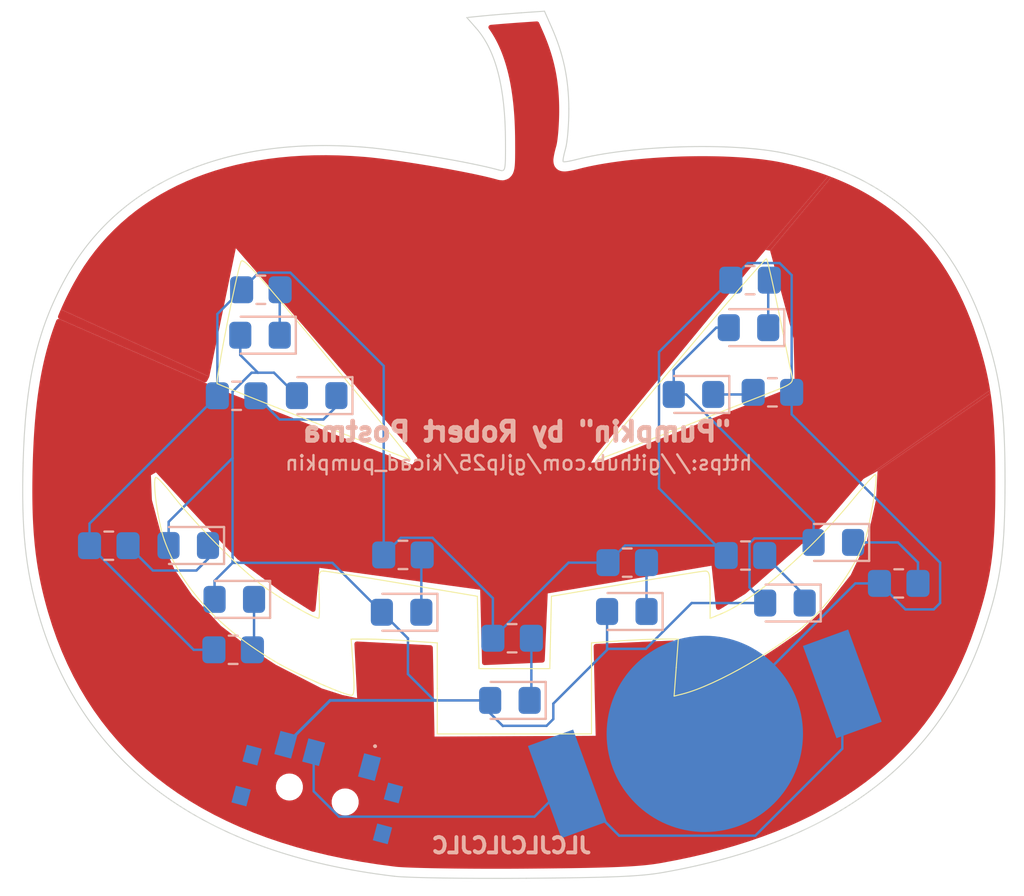
<source format=kicad_pcb>
(kicad_pcb (version 20221018) (generator pcbnew)
  (layers (0 "F.Cu" signal "Front") (1 "In1.Cu" signal) (2 "In2.Cu" signal) (31 "B.Cu" signal "Back") (34 "B.Paste" user) (35 "F.Paste" user) (36 "B.SilkS" user "B.Silkscreen") (37 "F.SilkS" user "F.Silkscreen") (38 "B.Mask" user) (39 "F.Mask" user) (44 "Edge.Cuts" user))
  (net 0 "")
  (net 1 "Net-(BT1-+)")
  (net 2 "GND")
  (net 3 "Net-(D1-K)")
  (net 4 "Net-(D1-A)")
  (net 5 "Net-(D2-K)")
  (net 6 "Net-(D3-K)")
  (net 7 "Net-(D4-K)")
  (net 8 "Net-(D5-K)")
  (net 9 "Net-(D6-K)")
  (net 10 "Net-(D7-K)")
  (net 11 "Net-(D8-K)")
  (net 12 "Net-(D9-K)")
  (net 13 "Net-(D10-K)")
  (net 14 "Net-(D11-K)")
  (footprint "LED_SMD:LED_0805_2012Metric_Pad1.15x1.40mm_HandSolder" (layer "B.Cu") (at 159.19 103.33 180)
    (fp_text reference "D10" hide)
    (fp_text value "LED")
    (fp_line (start -1.86 -0.96) (end 1 -0.96) (stroke (width 0.12)) (layer "B.SilkS"))
    (fp_line (start -1.86 0.96) (end -1.86 -0.96) (stroke (width 0.12)) (layer "B.SilkS"))
    (fp_line (start 1 0.96) (end -1.86 0.96) (stroke (width 0.12)) (layer "B.SilkS"))
    (pad "1" smd roundrect (at -1.025 0 180) (size 1.15 1.4) (layers "B.Cu" "B.Paste" "B.Mask") (roundrect_rratio 0.2173913043) (net 13 "Net-(D10-K)"))
    (pad "2" smd roundrect (at 1.025 0 180) (size 1.15 1.4) (layers "B.Cu" "B.Paste" "B.Mask") (roundrect_rratio 0.2173913043) (net 4 "Net-(D1-A)"))
  )
  (footprint "user-footprints:MK12C02" (layer "B.Cu") (at 134.9 113.28 165)
    (fp_text reference "J1" hide)
    (fp_text value "MK-12C02" hide)
    (fp_line (start -2.3 3.2) (end -2.3 3.2) (stroke (width 0.1)) (layer "B.SilkS"))
    (fp_line (start -2.2 3.2) (end -2.2 3.2) (stroke (width 0.1)) (layer "B.SilkS"))
    (fp_arc (start -2.3 3.2) (mid -2.25 3.15) (end -2.2 3.2) (stroke (width 0.1)) (layer "B.SilkS"))
    (fp_arc (start -2.2 3.2) (mid -2.25 3.25) (end -2.3 3.2) (stroke (width 0.1)) (layer "B.SilkS"))
    (pad "" np_thru_hole circle (at -1.5 0 165) (size 0.001 0.001) (drill 0.9) (layers "*.Cu" "*.Mask"))
    (pad "" np_thru_hole circle (at 1.5 0 165) (size 0.001 0.001) (drill 0.9) (layers "*.Cu" "*.Mask"))
    (pad "1" smd rect (at -2.25 2.075 165) (size 0.9 1.25) (layers "B.Cu" "B.Paste" "B.Mask"))
    (pad "2" smd rect (at 0.75 2.075 165) (size 0.9 1.25) (layers "B.Cu" "B.Paste" "B.Mask") (net 1 "Net-(BT1-+)"))
    (pad "3" smd rect (at 2.25 2.075 165) (size 0.9 1.25) (layers "B.Cu" "B.Paste" "B.Mask") (net 4 "Net-(D1-A)"))
    (pad "MP1" smd rect (at -3.8 1.1 165) (size 0.8 0.9) (layers "B.Cu" "B.Paste" "B.Mask"))
    (pad "MP2" smd rect (at -3.8 -1.1 165) (size 0.8 0.9) (layers "B.Cu" "B.Paste" "B.Mask"))
    (pad "MP3" smd rect (at 3.8 -1.1 165) (size 0.8 0.9) (layers "B.Cu" "B.Paste" "B.Mask"))
    (pad "MP4" smd rect (at 3.8 1.1 165) (size 0.8 0.9) (layers "B.Cu" "B.Paste" "B.Mask"))
  )
  (footprint "LED_SMD:LED_0805_2012Metric_Pad1.15x1.40mm_HandSolder" (layer "B.Cu") (at 157.2975 89.02 180)
    (fp_text reference "D2" hide)
    (fp_text value "LED")
    (fp_line (start -1.86 -0.96) (end 1 -0.96) (stroke (width 0.12)) (layer "B.SilkS"))
    (fp_line (start -1.86 0.96) (end -1.86 -0.96) (stroke (width 0.12)) (layer "B.SilkS"))
    (fp_line (start 1 0.96) (end -1.86 0.96) (stroke (width 0.12)) (layer "B.SilkS"))
    (pad "1" smd roundrect (at -1.025 0 180) (size 1.15 1.4) (layers "B.Cu" "B.Paste" "B.Mask") (roundrect_rratio 0.2173913043) (net 5 "Net-(D2-K)"))
    (pad "2" smd roundrect (at 1.025 0 180) (size 1.15 1.4) (layers "B.Cu" "B.Paste" "B.Mask") (roundrect_rratio 0.2173913043) (net 4 "Net-(D1-A)"))
  )
  (footprint "Resistor_SMD:R_0805_2012Metric_Pad1.20x1.40mm_HandSolder" (layer "B.Cu") (at 157.14 100.86 180)
    (fp_text reference "R10" hide)
    (fp_text value "1k")
    (fp_line (start -0.227064 -0.735) (end 0.227064 -0.735) (stroke (width 0.12)) (layer "B.SilkS"))
    (fp_line (start -0.227064 0.735) (end 0.227064 0.735) (stroke (width 0.12)) (layer "B.SilkS"))
    (pad "1" smd roundrect (at -1 0 180) (size 1.2 1.4) (layers "B.Cu" "B.Paste" "B.Mask") (roundrect_rratio 0.2083333333) (net 13 "Net-(D10-K)"))
    (pad "2" smd roundrect (at 1 0 180) (size 1.2 1.4) (layers "B.Cu" "B.Paste" "B.Mask") (roundrect_rratio 0.2083333333) (net 2 "GND"))
  )
  (footprint "LED_SMD:LED_0805_2012Metric_Pad1.15x1.40mm_HandSolder" (layer "B.Cu") (at 144.905 108.39 180)
    (fp_text reference "D8" hide)
    (fp_text value "LED")
    (fp_line (start -1.86 -0.96) (end 1 -0.96) (stroke (width 0.12)) (layer "B.SilkS"))
    (fp_line (start -1.86 0.96) (end -1.86 -0.96) (stroke (width 0.12)) (layer "B.SilkS"))
    (fp_line (start 1 0.96) (end -1.86 0.96) (stroke (width 0.12)) (layer "B.SilkS"))
    (pad "1" smd roundrect (at -1.025 0 180) (size 1.15 1.4) (layers "B.Cu" "B.Paste" "B.Mask") (roundrect_rratio 0.2173913043) (net 11 "Net-(D8-K)"))
    (pad "2" smd roundrect (at 1.025 0 180) (size 1.15 1.4) (layers "B.Cu" "B.Paste" "B.Mask") (roundrect_rratio 0.2173913043) (net 4 "Net-(D1-A)"))
  )
  (footprint "LED_SMD:LED_0805_2012Metric_Pad1.15x1.40mm_HandSolder" (layer "B.Cu") (at 128.1975 100.34 180)
    (fp_text reference "D5" hide)
    (fp_text value "LED")
    (fp_line (start -1.86 -0.96) (end 1 -0.96) (stroke (width 0.12)) (layer "B.SilkS"))
    (fp_line (start -1.86 0.96) (end -1.86 -0.96) (stroke (width 0.12)) (layer "B.SilkS"))
    (fp_line (start 1 0.96) (end -1.86 0.96) (stroke (width 0.12)) (layer "B.SilkS"))
    (pad "1" smd roundrect (at -1.025 0 180) (size 1.15 1.4) (layers "B.Cu" "B.Paste" "B.Mask") (roundrect_rratio 0.2173913043) (net 8 "Net-(D5-K)"))
    (pad "2" smd roundrect (at 1.025 0 180) (size 1.15 1.4) (layers "B.Cu" "B.Paste" "B.Mask") (roundrect_rratio 0.2173913043) (net 4 "Net-(D1-A)"))
  )
  (footprint "LED_SMD:LED_0805_2012Metric_Pad1.15x1.40mm_HandSolder" (layer "B.Cu") (at 130.59 103.14 180)
    (fp_text reference "D6" hide)
    (fp_text value "LED")
    (fp_line (start -1.86 -0.96) (end 1 -0.96) (stroke (width 0.12)) (layer "B.SilkS"))
    (fp_line (start -1.86 0.96) (end -1.86 -0.96) (stroke (width 0.12)) (layer "B.SilkS"))
    (fp_line (start 1 0.96) (end -1.86 0.96) (stroke (width 0.12)) (layer "B.SilkS"))
    (pad "1" smd roundrect (at -1.025 0 180) (size 1.15 1.4) (layers "B.Cu" "B.Paste" "B.Mask") (roundrect_rratio 0.2173913043) (net 9 "Net-(D6-K)"))
    (pad "2" smd roundrect (at 1.025 0 180) (size 1.15 1.4) (layers "B.Cu" "B.Paste" "B.Mask") (roundrect_rratio 0.2173913043) (net 4 "Net-(D1-A)"))
  )
  (footprint "LED_SMD:LED_0805_2012Metric_Pad1.15x1.40mm_HandSolder" (layer "B.Cu") (at 161.705 100.18 180)
    (fp_text reference "D11" hide)
    (fp_text value "LED")
    (fp_line (start -1.86 -0.96) (end 1 -0.96) (stroke (width 0.12)) (layer "B.SilkS"))
    (fp_line (start -1.86 0.96) (end -1.86 -0.96) (stroke (width 0.12)) (layer "B.SilkS"))
    (fp_line (start 1 0.96) (end -1.86 0.96) (stroke (width 0.12)) (layer "B.SilkS"))
    (pad "1" smd roundrect (at -1.025 0 180) (size 1.15 1.4) (layers "B.Cu" "B.Paste" "B.Mask") (roundrect_rratio 0.2173913043) (net 14 "Net-(D11-K)"))
    (pad "2" smd roundrect (at 1.025 0 180) (size 1.15 1.4) (layers "B.Cu" "B.Paste" "B.Mask") (roundrect_rratio 0.2173913043) (net 4 "Net-(D1-A)"))
  )
  (footprint "Resistor_SMD:R_0805_2012Metric_Pad1.20x1.40mm_HandSolder" (layer "B.Cu") (at 124.07 100.35 180)
    (fp_text reference "R5" hide)
    (fp_text value "1k")
    (fp_line (start -0.227064 -0.735) (end 0.227064 -0.735) (stroke (width 0.12)) (layer "B.SilkS"))
    (fp_line (start -0.227064 0.735) (end 0.227064 0.735) (stroke (width 0.12)) (layer "B.SilkS"))
    (pad "1" smd roundrect (at -1 0 180) (size 1.2 1.4) (layers "B.Cu" "B.Paste" "B.Mask") (roundrect_rratio 0.2083333333) (net 8 "Net-(D5-K)"))
    (pad "2" smd roundrect (at 1 0 180) (size 1.2 1.4) (layers "B.Cu" "B.Paste" "B.Mask") (roundrect_rratio 0.2083333333) (net 2 "GND"))
  )
  (footprint "Resistor_SMD:R_0805_2012Metric_Pad1.20x1.40mm_HandSolder" (layer "B.Cu") (at 130.71 92.56 180)
    (fp_text reference "R3" hide)
    (fp_text value "1k")
    (fp_line (start -0.227064 -0.735) (end 0.227064 -0.735) (stroke (width 0.12)) (layer "B.SilkS"))
    (fp_line (start -0.227064 0.735) (end 0.227064 0.735) (stroke (width 0.12)) (layer "B.SilkS"))
    (pad "1" smd roundrect (at -1 0 180) (size 1.2 1.4) (layers "B.Cu" "B.Paste" "B.Mask") (roundrect_rratio 0.2083333333) (net 6 "Net-(D3-K)"))
    (pad "2" smd roundrect (at 1 0 180) (size 1.2 1.4) (layers "B.Cu" "B.Paste" "B.Mask") (roundrect_rratio 0.2083333333) (net 2 "GND"))
  )
  (footprint "Resistor_SMD:R_0805_2012Metric_Pad1.20x1.40mm_HandSolder" (layer "B.Cu") (at 165.1 102.31 180)
    (fp_text reference "R11" hide)
    (fp_text value "1k")
    (fp_line (start -0.227064 -0.735) (end 0.227064 -0.735) (stroke (width 0.12)) (layer "B.SilkS"))
    (fp_line (start -0.227064 0.735) (end 0.227064 0.735) (stroke (width 0.12)) (layer "B.SilkS"))
    (pad "1" smd roundrect (at -1 0 180) (size 1.2 1.4) (layers "B.Cu" "B.Paste" "B.Mask") (roundrect_rratio 0.2083333333) (net 14 "Net-(D11-K)"))
    (pad "2" smd roundrect (at 1 0 180) (size 1.2 1.4) (layers "B.Cu" "B.Paste" "B.Mask") (roundrect_rratio 0.2083333333) (net 2 "GND"))
  )
  (footprint "Battery:BatteryHolder_LINX_BAT-HLD-012-SMT" (layer "B.Cu") (at 155.028336 110.129353 -160)
    (fp_text reference "BT1" hide)
    (fp_text value "Battery_Cell")
    (pad "1" smd rect (at -7.6 0 200) (size 2.5 5.1) (layers "B.Cu" "B.Paste" "B.Mask") (net 1 "Net-(BT1-+)"))
    (pad "1" smd rect (at 7.6 0 200) (size 2.5 5.1) (layers "B.Cu" "B.Paste" "B.Mask") (net 1 "Net-(BT1-+)"))
    (pad "2" smd circle (at 0 0 200) (size 10.2 10.2) (layers "B.Cu" "B.Mask") (net 2 "GND"))
  )
  (footprint "Resistor_SMD:R_0805_2012Metric_Pad1.20x1.40mm_HandSolder" (layer "B.Cu") (at 130.53 105.76 180)
    (fp_text reference "R6" hide)
    (fp_text value "1k")
    (fp_line (start -0.227064 -0.735) (end 0.227064 -0.735) (stroke (width 0.12)) (layer "B.SilkS"))
    (fp_line (start -0.227064 0.735) (end 0.227064 0.735) (stroke (width 0.12)) (layer "B.SilkS"))
    (pad "1" smd roundrect (at -1 0 180) (size 1.2 1.4) (layers "B.Cu" "B.Paste" "B.Mask") (roundrect_rratio 0.2083333333) (net 9 "Net-(D6-K)"))
    (pad "2" smd roundrect (at 1 0 180) (size 1.2 1.4) (layers "B.Cu" "B.Paste" "B.Mask") (roundrect_rratio 0.2083333333) (net 2 "GND"))
  )
  (footprint "Resistor_SMD:R_0805_2012Metric_Pad1.20x1.40mm_HandSolder" (layer "B.Cu") (at 151 101.23 180)
    (fp_text reference "R9" hide)
    (fp_text value "1k")
    (fp_line (start -0.227064 -0.735) (end 0.227064 -0.735) (stroke (width 0.12)) (layer "B.SilkS"))
    (fp_line (start -0.227064 0.735) (end 0.227064 0.735) (stroke (width 0.12)) (layer "B.SilkS"))
    (pad "1" smd roundrect (at -1 0 180) (size 1.2 1.4) (layers "B.Cu" "B.Paste" "B.Mask") (roundrect_rratio 0.2083333333) (net 12 "Net-(D9-K)"))
    (pad "2" smd roundrect (at 1 0 180) (size 1.2 1.4) (layers "B.Cu" "B.Paste" "B.Mask") (roundrect_rratio 0.2083333333) (net 2 "GND"))
  )
  (footprint "Resistor_SMD:R_0805_2012Metric_Pad1.20x1.40mm_HandSolder" (layer "B.Cu") (at 158.54 92.38)
    (fp_text reference "R4" hide)
    (fp_text value "1k")
    (fp_line (start -0.227064 -0.735) (end 0.227064 -0.735) (stroke (width 0.12)) (layer "B.SilkS"))
    (fp_line (start -0.227064 0.735) (end 0.227064 0.735) (stroke (width 0.12)) (layer "B.SilkS"))
    (pad "1" smd roundrect (at -1 0) (size 1.2 1.4) (layers "B.Cu" "B.Paste" "B.Mask") (roundrect_rratio 0.2083333333) (net 7 "Net-(D4-K)"))
    (pad "2" smd roundrect (at 1 0) (size 1.2 1.4) (layers "B.Cu" "B.Paste" "B.Mask") (roundrect_rratio 0.2083333333) (net 2 "GND"))
  )
  (footprint "LED_SMD:LED_0805_2012Metric_Pad1.15x1.40mm_HandSolder" (layer "B.Cu") (at 134.8675 92.55 180)
    (fp_text reference "D3" hide)
    (fp_text value "LED")
    (fp_line (start -1.86 -0.96) (end 1 -0.96) (stroke (width 0.12)) (layer "B.SilkS"))
    (fp_line (start -1.86 0.96) (end -1.86 -0.96) (stroke (width 0.12)) (layer "B.SilkS"))
    (fp_line (start 1 0.96) (end -1.86 0.96) (stroke (width 0.12)) (layer "B.SilkS"))
    (pad "1" smd roundrect (at -1.025 0 180) (size 1.15 1.4) (layers "B.Cu" "B.Paste" "B.Mask") (roundrect_rratio 0.2173913043) (net 6 "Net-(D3-K)"))
    (pad "2" smd roundrect (at 1.025 0 180) (size 1.15 1.4) (layers "B.Cu" "B.Paste" "B.Mask") (roundrect_rratio 0.2173913043) (net 4 "Net-(D1-A)"))
  )
  (footprint "Resistor_SMD:R_0805_2012Metric_Pad1.20x1.40mm_HandSolder" (layer "B.Cu") (at 157.38 86.55 180)
    (fp_text reference "R2" hide)
    (fp_text value "1k")
    (fp_line (start -0.227064 -0.735) (end 0.227064 -0.735) (stroke (width 0.12)) (layer "B.SilkS"))
    (fp_line (start -0.227064 0.735) (end 0.227064 0.735) (stroke (width 0.12)) (layer "B.SilkS"))
    (pad "1" smd roundrect (at -1 0 180) (size 1.2 1.4) (layers "B.Cu" "B.Paste" "B.Mask") (roundrect_rratio 0.2083333333) (net 5 "Net-(D2-K)"))
    (pad "2" smd roundrect (at 1 0 180) (size 1.2 1.4) (layers "B.Cu" "B.Paste" "B.Mask") (roundrect_rratio 0.2083333333) (net 2 "GND"))
  )
  (footprint "Resistor_SMD:R_0805_2012Metric_Pad1.20x1.40mm_HandSolder" (layer "B.Cu") (at 145.02 105.16 180)
    (fp_text reference "R8" hide)
    (fp_text value "1k")
    (fp_line (start -0.227064 -0.735) (end 0.227064 -0.735) (stroke (width 0.12)) (layer "B.SilkS"))
    (fp_line (start -0.227064 0.735) (end 0.227064 0.735) (stroke (width 0.12)) (layer "B.SilkS"))
    (pad "1" smd roundrect (at -1 0 180) (size 1.2 1.4) (layers "B.Cu" "B.Paste" "B.Mask") (roundrect_rratio 0.2083333333) (net 11 "Net-(D8-K)"))
    (pad "2" smd roundrect (at 1 0 180) (size 1.2 1.4) (layers "B.Cu" "B.Paste" "B.Mask") (roundrect_rratio 0.2083333333) (net 2 "GND"))
  )
  (footprint "LED_SMD:LED_0805_2012Metric_Pad1.15x1.40mm_HandSolder" (layer "B.Cu") (at 131.925 89.41 180)
    (fp_text reference "D1" hide)
    (fp_text value "LED")
    (fp_line (start -1.86 -0.96) (end 1 -0.96) (stroke (width 0.12)) (layer "B.SilkS"))
    (fp_line (start -1.86 0.96) (end -1.86 -0.96) (stroke (width 0.12)) (layer "B.SilkS"))
    (fp_line (start 1 0.96) (end -1.86 0.96) (stroke (width 0.12)) (layer "B.SilkS"))
    (pad "1" smd roundrect (at -1.025 0 180) (size 1.15 1.4) (layers "B.Cu" "B.Paste" "B.Mask") (roundrect_rratio 0.2173913043) (net 3 "Net-(D1-K)"))
    (pad "2" smd roundrect (at 1.025 0 180) (size 1.15 1.4) (layers "B.Cu" "B.Paste" "B.Mask") (roundrect_rratio 0.2173913043) (net 4 "Net-(D1-A)"))
  )
  (footprint "LED_SMD:LED_0805_2012Metric_Pad1.15x1.40mm_HandSolder" (layer "B.Cu") (at 154.44 92.49 180)
    (fp_text reference "D4" hide)
    (fp_text value "LED")
    (fp_line (start -1.86 -0.96) (end 1 -0.96) (stroke (width 0.12)) (layer "B.SilkS"))
    (fp_line (start -1.86 0.96) (end -1.86 -0.96) (stroke (width 0.12)) (layer "B.SilkS"))
    (fp_line (start 1 0.96) (end -1.86 0.96) (stroke (width 0.12)) (layer "B.SilkS"))
    (pad "1" smd roundrect (at -1.025 0 180) (size 1.15 1.4) (layers "B.Cu" "B.Paste" "B.Mask") (roundrect_rratio 0.2173913043) (net 7 "Net-(D4-K)"))
    (pad "2" smd roundrect (at 1.025 0 180) (size 1.15 1.4) (layers "B.Cu" "B.Paste" "B.Mask") (roundrect_rratio 0.2173913043) (net 4 "Net-(D1-A)"))
  )
  (footprint "Resistor_SMD:R_0805_2012Metric_Pad1.20x1.40mm_HandSolder" (layer "B.Cu") (at 131.97 87.05 180)
    (fp_text reference "R1" hide)
    (fp_text value "1k")
    (fp_line (start -0.227064 -0.735) (end 0.227064 -0.735) (stroke (width 0.12)) (layer "B.SilkS"))
    (fp_line (start -0.227064 0.735) (end 0.227064 0.735) (stroke (width 0.12)) (layer "B.SilkS"))
    (pad "1" smd roundrect (at -1 0 180) (size 1.2 1.4) (layers "B.Cu" "B.Paste" "B.Mask") (roundrect_rratio 0.2083333333) (net 3 "Net-(D1-K)"))
    (pad "2" smd roundrect (at 1 0 180) (size 1.2 1.4) (layers "B.Cu" "B.Paste" "B.Mask") (roundrect_rratio 0.2083333333) (net 2 "GND"))
  )
  (footprint "LED_SMD:LED_0805_2012Metric_Pad1.15x1.40mm_HandSolder" (layer "B.Cu") (at 150.9775 103.77 180)
    (fp_text reference "D9" hide)
    (fp_text value "LED")
    (fp_line (start -1.86 -0.96) (end 1 -0.96) (stroke (width 0.12)) (layer "B.SilkS"))
    (fp_line (start -1.86 0.96) (end -1.86 -0.96) (stroke (width 0.12)) (layer "B.SilkS"))
    (fp_line (start 1 0.96) (end -1.86 0.96) (stroke (width 0.12)) (layer "B.SilkS"))
    (pad "1" smd roundrect (at -1.025 0 180) (size 1.15 1.4) (layers "B.Cu" "B.Paste" "B.Mask") (roundrect_rratio 0.2173913043) (net 12 "Net-(D9-K)"))
    (pad "2" smd roundrect (at 1.025 0 180) (size 1.15 1.4) (layers "B.Cu" "B.Paste" "B.Mask") (roundrect_rratio 0.2173913043) (net 4 "Net-(D1-A)"))
  )
  (footprint "LED_SMD:LED_0805_2012Metric_Pad1.15x1.40mm_HandSolder" (layer "B.Cu") (at 139.28 103.81 180)
    (fp_text reference "D7" hide)
    (fp_text value "LED")
    (fp_line (start -1.86 -0.96) (end 1 -0.96) (stroke (width 0.12)) (layer "B.SilkS"))
    (fp_line (start -1.86 0.96) (end -1.86 -0.96) (stroke (width 0.12)) (layer "B.SilkS"))
    (fp_line (start 1 0.96) (end -1.86 0.96) (stroke (width 0.12)) (layer "B.SilkS"))
    (pad "1" smd roundrect (at -1.025 0 180) (size 1.15 1.4) (layers "B.Cu" "B.Paste" "B.Mask") (roundrect_rratio 0.2173913043) (net 10 "Net-(D7-K)"))
    (pad "2" smd roundrect (at 1.025 0 180) (size 1.15 1.4) (layers "B.Cu" "B.Paste" "B.Mask") (roundrect_rratio 0.2173913043) (net 4 "Net-(D1-A)"))
  )
  (footprint "Resistor_SMD:R_0805_2012Metric_Pad1.20x1.40mm_HandSolder" (layer "B.Cu") (at 139.35 100.83 180)
    (fp_text reference "R7" hide)
    (fp_text value "1k")
    (fp_line (start -0.227064 -0.735) (end 0.227064 -0.735) (stroke (width 0.12)) (layer "B.SilkS"))
    (fp_line (start -0.227064 0.735) (end 0.227064 0.735) (stroke (width 0.12)) (layer "B.SilkS"))
    (pad "1" smd roundrect (at -1 0 180) (size 1.2 1.4) (layers "B.Cu" "B.Paste" "B.Mask") (roundrect_rratio 0.2083333333) (net 10 "Net-(D7-K)"))
    (pad "2" smd roundrect (at 1 0 180) (size 1.2 1.4) (layers "B.Cu" "B.Paste" "B.Mask") (roundrect_rratio 0.2083333333) (net 2 "GND"))
  )
  (gr_curve (pts (xy 127.362865 97.695342) (xy 126.950787 97.167678) (xy 126.566999 96.764773) (xy 126.51 96.8)) (stroke (width 0.054)) (layer "F.SilkS"))
  (gr_curve (pts (xy 163.899486 96.646856) (xy 163.86502 96.612407) (xy 163.320733 97.21378) (xy 162.689926 97.983248)) (stroke (width 0.054)) (layer "F.SilkS"))
  (gr_line (start 145.138168 106.741627) (end 143.299217 106.741627) (stroke (width 0.054)) (layer "F.SilkS"))
  (gr_line (start 147.063619 102.978013) (end 147.020367 104.859821) (stroke (width 0.054)) (layer "F.SilkS"))
  (gr_curve (pts (xy 160.589659 104.148892) (xy 161.653631 103.142195) (xy 162.851351 101.397409) (xy 163.29811 100.203339)) (stroke (width 0.054)) (layer "F.SilkS"))
  (gr_curve (pts (xy 159.565673 91.591503) (xy 159.523202 91.409731) (xy 159.228699 89.978653) (xy 158.911212 88.411336)) (stroke (width 0.054)) (layer "F.SilkS"))
  (gr_curve (pts (xy 162.689926 97.983248) (xy 160.500915 100.653443) (xy 157.582966 103.184412) (xy 155.882184 103.88814)) (stroke (width 0.054)) (layer "F.SilkS"))
  (gr_line (start 143.212717 102.978013) (end 139.361815 102.32781) (stroke (width 0.054)) (layer "F.SilkS"))
  (gr_line (start 141.13323 107.765929) (end 141.13323 110.130418) (stroke (width 0.054)) (layer "F.SilkS"))
  (gr_line (start 143.299217 106.741627) (end 143.255968 104.859821) (stroke (width 0.054)) (layer "F.SilkS"))
  (gr_curve (pts (xy 155.034984 101.668024) (xy 154.886724 101.673289) (xy 153.032515 101.9702) (xy 150.914522 102.32781)) (stroke (width 0.054)) (layer "F.SilkS"))
  (gr_line (start 150.914522 102.32781) (end 147.063619 102.978013) (stroke (width 0.054)) (layer "F.SilkS"))
  (gr_line (start 139.723243 105.30135) (end 141.13323 105.401433) (stroke (width 0.054)) (layer "F.SilkS"))
  (gr_curve (pts (xy 135.229621 101.668024) (xy 134.975874 101.659357) (xy 134.953248 101.779143) (xy 134.998567 102.891087)) (stroke (width 0.054)) (layer "F.SilkS"))
  (gr_line (start 136.659967 105.201266) (end 137.48661 105.201266) (stroke (width 0.054)) (layer "F.SilkS"))
  (gr_line (start 141.13323 105.401433) (end 141.13323 107.765929) (stroke (width 0.054)) (layer "F.SilkS"))
  (gr_line (start 152.807721 105.201266) (end 153.65236 105.201266) (stroke (width 0.054)) (layer "F.SilkS"))
  (gr_line (start 141.13323 110.130418) (end 145.138168 110.130418) (stroke (width 0.054)) (layer "F.SilkS"))
  (gr_line (start 149.143105 110.130418) (end 149.143105 107.765929) (stroke (width 0.054)) (layer "F.SilkS"))
  (gr_curve (pts (xy 131.95604 102.347226) (xy 130.730929 101.409076) (xy 128.493217 99.14276) (xy 127.362865 97.695342)) (stroke (width 0.054)) (layer "F.SilkS"))
  (gr_curve (pts (xy 135.419501 90.555887) (xy 131.83423 86.223362) (xy 131.038568 85.339298) (xy 130.939971 85.578668)) (stroke (width 0.054)) (layer "F.SilkS"))
  (gr_curve (pts (xy 153.840844 108.064786) (xy 155.627261 107.616427) (xy 158.982332 105.669697) (xy 160.589659 104.148892)) (stroke (width 0.054)) (layer "F.SilkS"))
  (gr_curve (pts (xy 129.699235 91.927429) (xy 130.51552 92.292779) (xy 139.684664 95.893321) (xy 139.724513 95.864156)) (stroke (width 0.054)) (layer "F.SilkS"))
  (gr_curve (pts (xy 155.304549 102.892793) (xy 155.304549 101.816254) (xy 155.270083 101.659663) (xy 155.034984 101.668024)) (stroke (width 0.054)) (layer "F.SilkS"))
  (gr_curve (pts (xy 158.911212 88.411336) (xy 158.593729 86.844019) (xy 158.287639 85.507261) (xy 158.231009 85.44076)) (stroke (width 0.054)) (layer "F.SilkS"))
  (gr_line (start 153.54352 106.683998) (end 153.43468 108.16673) (stroke (width 0.054)) (layer "F.SilkS"))
  (gr_line (start 146.977119 106.741627) (end 145.138168 106.741627) (stroke (width 0.054)) (layer "F.SilkS"))
  (gr_curve (pts (xy 126.51 96.8) (xy 126.32259 96.915827) (xy 126.616141 99.098102) (xy 126.944566 100.030609)) (stroke (width 0.054)) (layer "F.SilkS"))
  (gr_curve (pts (xy 153.340588 94.390409) (xy 155.479763 93.545695) (xy 157.772897 92.644741) (xy 158.436441 92.388286)) (stroke (width 0.054)) (layer "F.SilkS"))
  (gr_line (start 149.143105 107.765929) (end 149.143105 105.401433) (stroke (width 0.054)) (layer "F.SilkS"))
  (gr_line (start 153.43468 108.16673) (end 153.840844 108.064786) (stroke (width 0.054)) (layer "F.SilkS"))
  (gr_curve (pts (xy 150.553094 105.30135) (xy 151.328588 105.246302) (xy 152.34317 105.201266) (xy 152.807721 105.201266)) (stroke (width 0.054)) (layer "F.SilkS"))
  (gr_curve (pts (xy 163.29811 100.203339) (xy 163.588867 99.42622) (xy 164.035793 96.783163) (xy 163.899486 96.646856)) (stroke (width 0.054)) (layer "F.SilkS"))
  (gr_curve (pts (xy 139.724513 95.864156) (xy 139.754555 95.842178) (xy 137.817302 93.453447) (xy 135.419501 90.555887)) (stroke (width 0.054)) (layer "F.SilkS"))
  (gr_line (start 149.143105 105.401433) (end 150.553094 105.30135) (stroke (width 0.054)) (layer "F.SilkS"))
  (gr_curve (pts (xy 130.939971 85.578668) (xy 130.709557 86.138061) (xy 129.587884 91.877592) (xy 129.699235 91.927429)) (stroke (width 0.054)) (layer "F.SilkS"))
  (gr_curve (pts (xy 132.807625 106.42908) (xy 133.835357 107.029309) (xy 136.339713 108.12795) (xy 136.680201 108.12795)) (stroke (width 0.054)) (layer "F.SilkS"))
  (gr_curve (pts (xy 149.451177 95.864815) (xy 149.451177 95.898605) (xy 151.201413 95.235123) (xy 153.340588 94.390409)) (stroke (width 0.054)) (layer "F.SilkS"))
  (gr_curve (pts (xy 134.971788 104.121425) (xy 134.68371 104.112758) (xy 132.862333 103.041236) (xy 131.95604 102.347226)) (stroke (width 0.054)) (layer "F.SilkS"))
  (gr_line (start 136.76283 106.664609) (end 136.659967 105.201266) (stroke (width 0.054)) (layer "F.SilkS"))
  (gr_line (start 143.255968 104.859821) (end 143.212717 102.978013) (stroke (width 0.054)) (layer "F.SilkS"))
  (gr_curve (pts (xy 158.231009 85.44076) (xy 158.146618 85.341659) (xy 149.451177 95.665517) (xy 149.451177 95.864815)) (stroke (width 0.054)) (layer "F.SilkS"))
  (gr_line (start 153.65236 105.201266) (end 153.54352 106.683998) (stroke (width 0.054)) (layer "F.SilkS"))
  (gr_curve (pts (xy 137.48661 105.201266) (xy 137.941265 105.201266) (xy 138.947749 105.246302) (xy 139.723243 105.30135)) (stroke (width 0.054)) (layer "F.SilkS"))
  (gr_line (start 147.020367 104.859821) (end 146.977119 106.741627) (stroke (width 0.054)) (layer "F.SilkS"))
  (gr_curve (pts (xy 126.944566 100.030609) (xy 127.814808 102.501501) (xy 129.808976 104.677777) (xy 132.807625 106.42908)) (stroke (width 0.054)) (layer "F.SilkS"))
  (gr_curve (pts (xy 139.361815 102.32781) (xy 137.243819 101.9702) (xy 135.384332 101.673298) (xy 135.229621 101.668024)) (stroke (width 0.054)) (layer "F.SilkS"))
  (gr_curve (pts (xy 158.436441 92.388286) (xy 159.496159 91.978713) (xy 159.633491 91.881812) (xy 159.565673 91.591503)) (stroke (width 0.054)) (layer "F.SilkS"))
  (gr_line (start 145.138168 110.130418) (end 149.143105 110.130418) (stroke (width 0.054)) (layer "F.SilkS"))
  (gr_curve (pts (xy 134.998567 102.891087) (xy 135.026197 103.569046) (xy 135.014149 104.122697) (xy 134.971788 104.121425)) (stroke (width 0.054)) (layer "F.SilkS"))
  (gr_line (start 155.882184 103.88814) (end 155.304549 104.127147) (stroke (width 0.054)) (layer "F.SilkS"))
  (gr_curve (pts (xy 136.680201 108.12795) (xy 136.819033 108.12795) (xy 136.839817 107.759859) (xy 136.76283 106.664609)) (stroke (width 0.054)) (layer "F.SilkS"))
  (gr_line (start 155.304549 104.127147) (end 155.304549 102.892793) (stroke (width 0.054)) (layer "F.SilkS"))
  (gr_curve (pts (xy 169.541801 104.757343) (xy 167.249379 111.64055) (xy 161.785835 115.755893) (xy 152.844658 117.334254)) (stroke (width 0.054)) (layer "Edge.Cuts"))
  (gr_curve (pts (xy 121.819553 86.452981) (xy 124.551292 81.474304) (xy 130.103704 79.044054) (xy 137.377842 79.643233)) (stroke (width 0.054)) (layer "Edge.Cuts"))
  (gr_curve (pts (xy 147.069878 73.405482) (xy 147.687846 74.802815) (xy 147.959091 76.088955) (xy 147.965614 77.652693)) (stroke (width 0.054)) (layer "Edge.Cuts"))
  (gr_curve (pts (xy 159.156329 79.951405) (xy 164.505116 81.078056) (xy 167.932976 84.149988) (xy 169.626006 89.333968)) (stroke (width 0.054)) (layer "Edge.Cuts"))
  (gr_curve (pts (xy 152.844658 117.334254) (xy 151.691196 117.537869) (xy 150.190728 117.601394) (xy 145.758998 117.634234)) (stroke (width 0.054)) (layer "Edge.Cuts"))
  (gr_curve (pts (xy 169.626006 89.333968) (xy 170.405004 91.719232) (xy 170.623389 93.396385) (xy 170.622149 96.984219)) (stroke (width 0.054)) (layer "Edge.Cuts"))
  (gr_curve (pts (xy 147.673077 80.388296) (xy 147.704591 80.419806) (xy 147.997304 80.375463) (xy 148.323556 80.289756)) (stroke (width 0.054)) (layer "Edge.Cuts"))
  (gr_line (start 145.498446 72.654266) (end 146.701234 72.571909) (stroke (width 0.054)) (layer "Edge.Cuts"))
  (gr_line (start 146.701234 72.571909) (end 147.069878 73.405482) (stroke (width 0.054)) (layer "Edge.Cuts"))
  (gr_curve (pts (xy 137.377842 79.643233) (xy 139.152049 79.789376) (xy 142.917451 80.429796) (xy 144.334165 80.826366)) (stroke (width 0.054)) (layer "Edge.Cuts"))
  (gr_curve (pts (xy 144.334165 80.826366) (xy 144.677767 80.922547) (xy 144.680702 80.909656) (xy 144.675372 79.326546)) (stroke (width 0.054)) (layer "Edge.Cuts"))
  (gr_curve (pts (xy 147.965614 77.652693) (xy 147.968989 78.457531) (xy 147.891631 79.389403) (xy 147.793748 79.723518)) (stroke (width 0.054)) (layer "Edge.Cuts"))
  (gr_curve (pts (xy 144.675372 79.326546) (xy 144.665949 76.52927) (xy 144.170056 74.612965) (xy 143.157011 73.459169)) (stroke (width 0.054)) (layer "Edge.Cuts"))
  (gr_curve (pts (xy 138.904395 117.529731) (xy 128.967227 116.351065) (xy 122.690496 111.735706) (xy 120.433712 103.948018)) (stroke (width 0.054)) (layer "Edge.Cuts"))
  (gr_curve (pts (xy 148.323556 80.289756) (xy 151.18041 79.539245) (xy 156.422304 79.375518) (xy 159.156329 79.951405)) (stroke (width 0.054)) (layer "Edge.Cuts"))
  (gr_curve (pts (xy 170.622149 96.984219) (xy 170.620799 100.669746) (xy 170.418704 102.124344) (xy 169.541801 104.757343)) (stroke (width 0.054)) (layer "Edge.Cuts"))
  (gr_curve (pts (xy 147.793748 79.723518) (xy 147.695868 80.057635) (xy 147.641565 80.356783) (xy 147.673077 80.388296)) (stroke (width 0.054)) (layer "Edge.Cuts"))
  (gr_curve (pts (xy 143.481357 72.818884) (xy 143.929222 72.77364) (xy 144.836911 72.699561) (xy 145.498446 72.654266)) (stroke (width 0.054)) (layer "Edge.Cuts"))
  (gr_line (start 143.157011 73.459169) (end 142.667058 72.901144) (stroke (width 0.054)) (layer "Edge.Cuts"))
  (gr_curve (pts (xy 145.758998 117.634234) (xy 142.666726 117.657157) (xy 139.582154 117.610123) (xy 138.904395 117.529731)) (stroke (width 0.054)) (layer "Edge.Cuts"))
  (gr_curve (pts (xy 119.62 96.06) (xy 119.737786 91.784364) (xy 120.341788 89.146253) (xy 121.819553 86.452981)) (stroke (width 0.054)) (layer "Edge.Cuts"))
  (gr_line (start 142.667058 72.901144) (end 143.481357 72.818884) (stroke (width 0.054)) (layer "Edge.Cuts"))
  (gr_curve (pts (xy 120.433712 103.948018) (xy 119.735219 101.537666) (xy 119.525189 99.501658) (xy 119.62 96.06)) (stroke (width 0.054)) (layer "Edge.Cuts"))
  (gr_text "JLCJLCJLCJLC" (at 149.23 116.4) (layer "B.SilkS") (effects (font (size 0.8 0.8) (thickness 0.2) bold) (justify left bottom mirror)))
  (gr_text "{dblquote}Pumpkin{dblquote} by Robert Postma" (at 156.52 95.01) (layer "B.SilkS") (effects (font (size 1 1) (thickness 0.25) bold) (justify left bottom mirror)))
  (gr_text "https://github.com/gjlp25/kicad_pumpkin" (at 157.57 96.49) (layer "B.SilkS") (effects (font (size 0.75 0.75) (thickness 0.125) bold) (justify left bottom mirror)))
  (segment (start 162.17 110.9) (end 162.17 107.53) (width 0.127) (layer "B.Cu") (net 1))
  (segment (start 136.032637 114.431729) (end 146.183649 114.431729) (width 0.127) (layer "B.Cu") (net 1))
  (segment (start 157.650147 115.419853) (end 162.17 110.9) (width 0.127) (layer "B.Cu") (net 1))
  (segment (start 147.886672 112.728706) (end 150.577819 115.419853) (width 0.127) (layer "B.Cu") (net 1))
  (segment (start 134.712605 111.08159) (end 134.712605 113.111697) (width 0.127) (layer "B.Cu") (net 1))
  (segment (start 134.712605 113.111697) (end 136.032637 114.431729) (width 0.127) (layer "B.Cu") (net 1))
  (segment (start 150.577819 115.419853) (end 157.650147 115.419853) (width 0.127) (layer "B.Cu") (net 1))
  (segment (start 146.183649 114.431729) (end 147.886672 112.728706) (width 0.127) (layer "B.Cu") (net 1))
  (segment (start 159.54 93.52) (end 167.25 101.23) (width 0.127) (layer "B.Cu") (net 2))
  (segment (start 156.14 100.86) (end 155.6195 100.3395) (width 0.127) (layer "B.Cu") (net 2))
  (segment (start 158.912461 85.6595) (end 159.54 86.287039) (width 0.127) (layer "B.Cu") (net 2))
  (segment (start 167.25 101.23) (end 167.25 103.33) (width 0.127) (layer "B.Cu") (net 2))
  (segment (start 162.847689 102.31) (end 155.028336 110.129353) (width 0.127) (layer "B.Cu") (net 2))
  (segment (start 157.2705 85.6595) (end 158.912461 85.6595) (width 0.127) (layer "B.Cu") (net 2))
  (segment (start 131.8605 86.1595) (end 133.502461 86.1595) (width 0.127) (layer "B.Cu") (net 2))
  (segment (start 150 101.23) (end 147.95 101.23) (width 0.127) (layer "B.Cu") (net 2))
  (segment (start 165.45 103.66) (end 164.1 102.31) (width 0.127) (layer "B.Cu") (net 2))
  (segment (start 147.95 101.23) (end 144.02 105.16) (width 0.127) (layer "B.Cu") (net 2))
  (segment (start 138.35 100.83) (end 139.2405 99.9395) (width 0.127) (layer "B.Cu") (net 2))
  (segment (start 164.1 102.31) (end 162.847689 102.31) (width 0.127) (layer "B.Cu") (net 2))
  (segment (start 129.71 88.31) (end 129.71 92.56) (width 0.127) (layer "B.Cu") (net 2))
  (segment (start 150.8905 100.3395) (end 150 101.23) (width 0.127) (layer "B.Cu") (net 2))
  (segment (start 159.54 92.38) (end 159.54 93.52) (width 0.127) (layer "B.Cu") (net 2))
  (segment (start 140.882461 99.9395) (end 144.02 103.077039) (width 0.127) (layer "B.Cu") (net 2))
  (segment (start 167.25 103.33) (end 166.92 103.66) (width 0.127) (layer "B.Cu") (net 2))
  (segment (start 152.6495 97.3695) (end 152.6495 90.2805) (width 0.127) (layer "B.Cu") (net 2))
  (segment (start 138.35 91.007039) (end 138.35 100.83) (width 0.127) (layer "B.Cu") (net 2))
  (segment (start 156.14 100.86) (end 152.6495 97.3695) (width 0.127) (layer "B.Cu") (net 2))
  (segment (start 159.54 86.287039) (end 159.54 92.38) (width 0.127) (layer "B.Cu") (net 2))
  (segment (start 166.92 103.66) (end 165.45 103.66) (width 0.127) (layer "B.Cu") (net 2))
  (segment (start 130.97 87.05) (end 131.8605 86.1595) (width 0.127) (layer "B.Cu") (net 2))
  (segment (start 144.02 103.077039) (end 144.02 105.16) (width 0.127) (layer "B.Cu") (net 2))
  (segment (start 123.07 100.35) (end 128.48 105.76) (width 0.127) (layer "B.Cu") (net 2))
  (segment (start 152.6495 90.2805) (end 156.38 86.55) (width 0.127) (layer "B.Cu") (net 2))
  (segment (start 130.97 87.05) (end 129.71 88.31) (width 0.127) (layer "B.Cu") (net 2))
  (segment (start 139.2405 99.9395) (end 140.882461 99.9395) (width 0.127) (layer "B.Cu") (net 2))
  (segment (start 133.502461 86.1595) (end 138.35 91.007039) (width 0.127) (layer "B.Cu") (net 2))
  (segment (start 128.48 105.76) (end 129.53 105.76) (width 0.127) (layer "B.Cu") (net 2))
  (segment (start 155.6195 100.3395) (end 150.8905 100.3395) (width 0.127) (layer "B.Cu") (net 2))
  (segment (start 156.38 86.55) (end 157.2705 85.6595) (width 0.127) (layer "B.Cu") (net 2))
  (segment (start 123.07 99.2) (end 123.07 100.35) (width 0.127) (layer "B.Cu") (net 2))
  (segment (start 129.71 92.56) (end 123.07 99.2) (width 0.127) (layer "B.Cu") (net 2))
  (segment (start 132.95 89.41) (end 132.95 87.07) (width 0.127) (layer "B.Cu") (net 3))
  (segment (start 132.95 87.07) (end 132.97 87.05) (width 0.127) (layer "B.Cu") (net 3))
  (segment (start 130.5 95.79) (end 130.5 101.24) (width 0.127) (layer "B.Cu") (net 4))
  (segment (start 151.965792 105.71) (end 149.9525 105.71) (width 0.127) (layer "B.Cu") (net 4))
  (segment (start 139.6095 107.022461) (end 140.977039 108.39) (width 0.127) (layer "B.Cu") (net 4))
  (segment (start 135.567077 108.39) (end 141.09 108.39) (width 0.15) (layer "B.Cu") (net 4))
  (segment (start 149.9525 105.71) (end 149.9525 105.765461) (width 0.127) (layer "B.Cu") (net 4))
  (segment (start 139.6095 105.1645) (end 139.6095 107.022461) (width 0.127) (layer "B.Cu") (net 4))
  (segment (start 130.5 92.347039) (end 130.5 95.79) (width 0.127) (layer "B.Cu") (net 4))
  (segment (start 135.685 101.24) (end 138.255 103.81) (width 0.127) (layer "B.Cu") (net 4))
  (segment (start 140.977039 108.39) (end 141.09 108.39) (width 0.127) (layer "B.Cu") (net 4))
  (segment (start 160.68 100.18) (end 160.4695 99.9695) (width 0.127) (layer "B.Cu") (net 4))
  (segment (start 158.165 103.33) (end 157.3495 102.5145) (width 0.127) (layer "B.Cu") (net 4))
  (segment (start 155.62 89.02) (end 153.41 91.23) (width 0.127) (layer "B.Cu") (net 4))
  (segment (start 158.165 103.33) (end 154.345792 103.33) (width 0.127) (layer "B.Cu") (net 4))
  (segment (start 127.18 100.3325) (end 127.1725 100.34) (width 0.127) (layer "B.Cu") (net 4))
  (segment (start 147.16 109.36) (end 146.81 109.71) (width 0.127) (layer "B.Cu") (net 4))
  (segment (start 132.6525 91.36) (end 133.8425 92.55) (width 0.127) (layer "B.Cu") (net 4))
  (segment (start 133.263716 110.693361) (end 135.567077 108.39) (width 0.15) (layer "B.Cu") (net 4))
  (segment (start 131.82 91.36) (end 132.6525 91.36) (width 0.127) (layer "B.Cu") (net 4))
  (segment (start 153.415 91.235) (end 153.415 92.49) (width 0.127) (layer "B.Cu") (net 4))
  (segment (start 160.68 100.18) (end 160.68 99.102961) (width 0.127) (layer "B.Cu") (net 4))
  (segment (start 130.5 101.24) (end 135.685 101.24) (width 0.127) (layer "B.Cu") (net 4))
  (segment (start 147.16 108.557961) (end 147.16 109.36) (width 0.127) (layer "B.Cu") (net 4))
  (segment (start 157.3495 102.5145) (end 157.3495 100.227539) (width 0.127) (layer "B.Cu") (net 4))
  (segment (start 131.487039 91.36) (end 130.5 92.347039) (width 0.127) (layer "B.Cu") (net 4))
  (segment (start 129.565 102.175) (end 129.565 103.14) (width 0.127) (layer "B.Cu") (net 4))
  (segment (start 141.09 108.39) (end 143.88 108.39) (width 0.127) (layer "B.Cu") (net 4))
  (segment (start 160.4695 99.9695) (end 157.607539 99.9695) (width 0.127) (layer "B.Cu") (net 4))
  (segment (start 130.9 89.41) (end 130.9 90.44) (width 0.127) (layer "B.Cu") (net 4))
  (segment (start 131.82 91.36) (end 131.487039 91.36) (width 0.127) (layer "B.Cu") (net 4))
  (segment (start 149.9525 103.77) (end 149.9525 105.71) (width 0.127) (layer "B.Cu") (net 4))
  (segment (start 146.81 109.71) (end 144.55 109.71) (width 0.127) (layer "B.Cu") (net 4))
  (segment (start 154.067039 92.49) (end 160.68 99.102961) (width 0.127) (layer "B.Cu") (net 4))
  (segment (start 144.55 109.71) (end 144.54 109.72) (width 0.127) (layer "B.Cu") (net 4))
  (segment (start 130.5 95.79) (end 127.18 99.11) (width 0.127) (layer "B.Cu") (net 4))
  (segment (start 138.255 103.81) (end 139.6095 105.1645) (width 0.127) (layer "B.Cu") (net 4))
  (segment (start 130.9 90.44) (end 131.82 91.36) (width 0.127) (layer "B.Cu") (net 4))
  (segment (start 153.41 91.23) (end 153.415 91.235) (width 0.127) (layer "B.Cu") (net 4))
  (segment (start 154.345792 103.33) (end 151.965792 105.71) (width 0.127) (layer "B.Cu") (net 4))
  (segment (start 127.18 99.11) (end 127.18 100.3325) (width 0.127) (layer "B.Cu") (net 4))
  (segment (start 144.54 109.72) (end 143.88 109.06) (width 0.127) (layer "B.Cu") (net 4))
  (segment (start 130.5 101.24) (end 129.565 102.175) (width 0.127) (layer "B.Cu") (net 4))
  (segment (start 156.2725 89.02) (end 155.62 89.02) (width 0.127) (layer "B.Cu") (net 4))
  (segment (start 157.3495 100.227539) (end 157.607539 99.9695) (width 0.127) (layer "B.Cu") (net 4))
  (segment (start 143.88 109.06) (end 143.88 108.39) (width 0.127) (layer "B.Cu") (net 4))
  (segment (start 153.415 92.49) (end 154.067039 92.49) (width 0.127) (layer "B.Cu") (net 4))
  (segment (start 149.9525 105.765461) (end 147.16 108.557961) (width 0.127) (layer "B.Cu") (net 4))
  (segment (start 158.38 86.55) (end 158.3225 86.6075) (width 0.127) (layer "B.Cu") (net 5))
  (segment (start 158.3225 86.6075) (end 158.3225 89.02) (width 0.127) (layer "B.Cu") (net 5))
  (segment (start 132.94 93.79) (end 135.22 93.79) (width 0.127) (layer "B.Cu") (net 6))
  (segment (start 131.71 92.56) (end 132.94 93.79) (width 0.127) (layer "B.Cu") (net 6))
  (segment (start 135.22 93.79) (end 135.8925 93.1175) (width 0.127) (layer "B.Cu") (net 6))
  (segment (start 135.8925 93.1175) (end 135.8925 92.55) (width 0.127) (layer "B.Cu") (net 6))
  (segment (start 157.43 92.49) (end 157.54 92.38) (width 0.127) (layer "B.Cu") (net 7))
  (segment (start 155.465 92.49) (end 157.43 92.49) (width 0.127) (layer "B.Cu") (net 7))
  (segment (start 125.07 100.35) (end 126.36 101.64) (width 0.127) (layer "B.Cu") (net 8))
  (segment (start 128.62 101.64) (end 129.2225 101.0375) (width 0.127) (layer "B.Cu") (net 8))
  (segment (start 126.36 101.64) (end 128.62 101.64) (width 0.127) (layer "B.Cu") (net 8))
  (segment (start 129.2225 101.0375) (end 129.2225 100.34) (width 0.127) (layer "B.Cu") (net 8))
  (segment (start 131.615 103.14) (end 131.615 105.675) (width 0.127) (layer "B.Cu") (net 9))
  (segment (start 131.615 105.675) (end 131.53 105.76) (width 0.127) (layer "B.Cu") (net 9))
  (segment (start 140.305 103.81) (end 140.305 100.875) (width 0.127) (layer "B.Cu") (net 10))
  (segment (start 140.305 100.875) (end 140.35 100.83) (width 0.127) (layer "B.Cu") (net 10))
  (segment (start 146.02 105.16) (end 146.02 108.3) (width 0.127) (layer "B.Cu") (net 11))
  (segment (start 146.02 108.3) (end 145.93 108.39) (width 0.127) (layer "B.Cu") (net 11))
  (segment (start 152 103.7675) (end 152.0025 103.77) (width 0.127) (layer "B.Cu") (net 12))
  (segment (start 152 101.23) (end 152 103.7675) (width 0.127) (layer "B.Cu") (net 12))
  (segment (start 160.215 102.935) (end 160.215 103.33) (width 0.127) (layer "B.Cu") (net 13))
  (segment (start 158.14 100.86) (end 160.215 102.935) (width 0.127) (layer "B.Cu") (net 13))
  (segment (start 166.1 101.22) (end 166.1 102.31) (width 0.127) (layer "B.Cu") (net 14))
  (segment (start 162.73 100.18) (end 165.06 100.18) (width 0.127) (layer "B.Cu") (net 14))
  (segment (start 165.06 100.18) (end 166.1 101.22) (width 0.127) (layer "B.Cu") (net 14))
  (zone (net 2) (net_name "GND") (layer "F.Cu") (connect_pads (clearance 0.5)) (min_thickness 0.25) (fill yes (thermal_gap 0.5) (thermal_bridge_width 0.5))
    (polygon (pts (xy 144.25 80.43) (xy 144.37 78.31) (xy 143.71 75.57) (xy 142.1 73.05) (xy 142.25 72.5) (xy 147.09 71.99) (xy 148.14 73.7) (xy 148.63 76.94) (xy 148.12 79.92) (xy 153.77 79.24) (xy 159.73 79.63) (xy 162.02 80.46) (xy 157.79 85.44) (xy 149.33 95.69) (xy 149.12 96.04) (xy 149.69 95.98) (xy 159.7 92.05) (xy 159.64 89.58) (xy 158.42 85.02) (xy 162.14 80.55) (xy 165.15 82.22) (xy 168.49 85.26) (xy 171.34 91.22) (xy 163.27 96.88) (xy 161.25 99.23) (xy 157.14 102.85) (xy 155.63 103.77) (xy 155.38 101.39) (xy 146.87 102.83) (xy 146.71 106.42) (xy 143.46 106.56) (xy 143.36 102.64) (xy 135.01 101.5) (xy 134.79 103.88) (xy 133.16 102.85) (xy 130.76 101.06) (xy 128.79 98.99) (xy 126.52 96.54) (xy 126.26 96.69) (xy 126.31 97.97) (xy 126.96 100.4) (xy 127.47 101.56) (xy 128.4 102.92) (xy 129.9 104.52) (xy 131.28 105.58) (xy 132.73 106.53) (xy 135.14 107.77) (xy 136.21 108.11) (xy 136.97 108.27) (xy 136.82 105.32) (xy 140.9 105.53) (xy 140.99 110.27) (xy 149.36 110.23) (xy 149.25 105.46) (xy 153.51 105.27) (xy 153.33 108.34) (xy 154.19 108.13) (xy 156.91 106.86) (xy 158.81 105.62) (xy 159.98 104.81) (xy 161.23 103.61) (xy 162.61 101.87) (xy 163.45 100.09) (xy 163.92 97.97) (xy 164 96.47) (xy 171.02 91.63) (xy 171.62 97.47) (xy 171.15 104.73) (xy 164.33 114.69) (xy 152.41 118.27) (xy 134.58 118.55) (xy 125.38 114.4) (xy 118.42 104.92) (xy 119.14 91.47) (xy 120.52 88.14) (xy 130.1 92.33) (xy 139.83 96.14) (xy 140.11 95.81) (xy 139.78 95.38) (xy 130.67 84.89) (xy 129.29 91.57) (xy 120.57 87.61) (xy 125.86 80.41) (xy 133.1 79.08) (xy 137.87 79.08) (xy 143.88 80.17)))
  )
  (zone (net 2) (net_name "GND") (layer "F.Cu") (priority 3) (connect_pads (clearance 0.5)) (min_thickness 0.25) (fill yes (thermal_gap 0.5) (thermal_bridge_width 0.5))
    (polygon (pts (xy 129.29 91.57) (xy 129.12 91.9) (xy 120.52 88.14) (xy 120.57 87.61)))
  )
  (zone (net 2) (net_name "GND") (layer "F.Cu") (priority 2) (connect_pads (clearance 0.5)) (min_thickness 0.25) (fill yes (thermal_gap 0.5) (thermal_bridge_width 0.5))
    (polygon (pts (xy 162.14 80.55) (xy 158.42 85.02) (xy 158.18 84.98) (xy 162.02 80.46)))
  )
  (zone (net 2) (net_name "GND") (layer "F.Cu") (priority 1) (connect_pads (clearance 0.5)) (min_thickness 0.25) (fill yes (thermal_gap 0.5) (thermal_bridge_width 0.5))
    (polygon (pts (xy 164 96.47) (xy 171.02 91.63) (xy 171.34 91.22) (xy 163.27 96.88)))
  )
)
</source>
